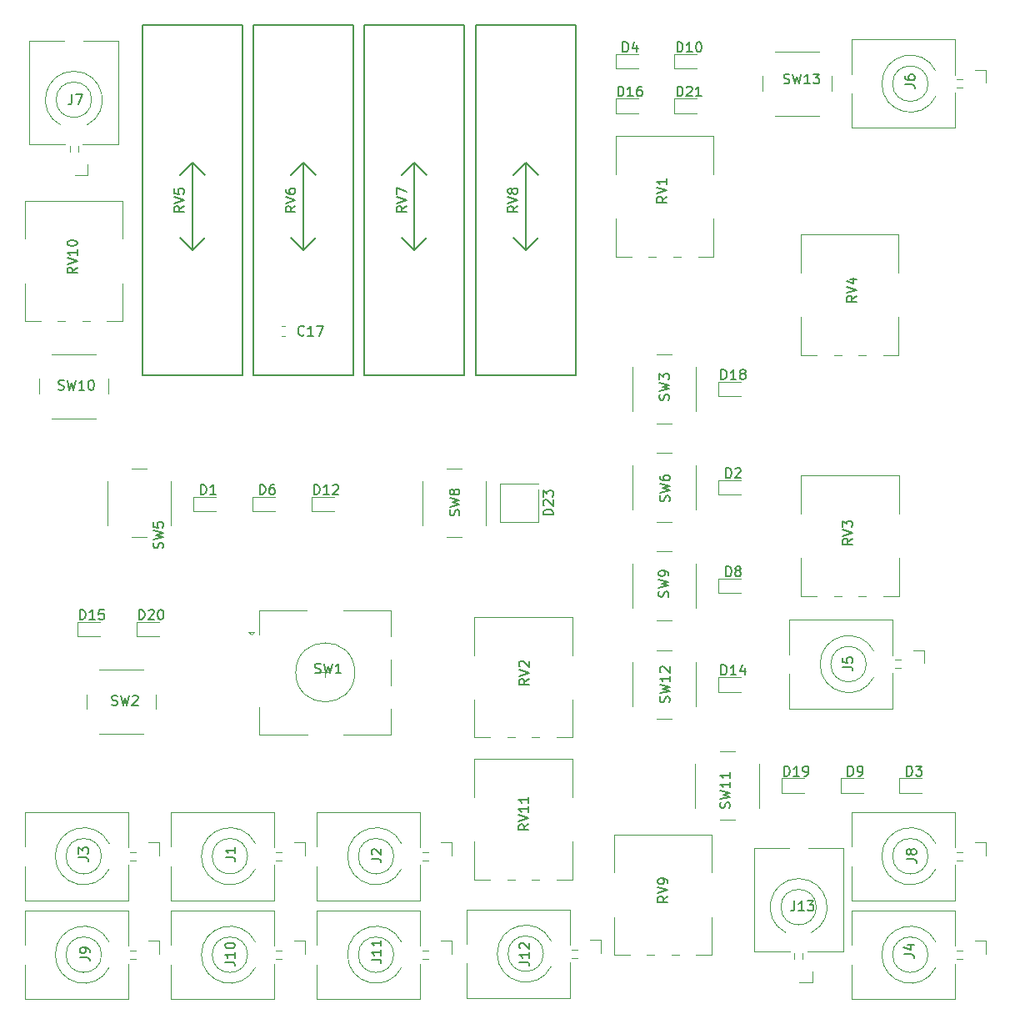
<source format=gto>
G04 #@! TF.GenerationSoftware,KiCad,Pcbnew,(5.0.1-3-g963ef8bb5)*
G04 #@! TF.CreationDate,2019-03-22T14:36:56-04:00*
G04 #@! TF.ProjectId,EuroSID,4575726F5349442E6B696361645F7063,rev?*
G04 #@! TF.SameCoordinates,Original*
G04 #@! TF.FileFunction,Legend,Top*
G04 #@! TF.FilePolarity,Positive*
%FSLAX46Y46*%
G04 Gerber Fmt 4.6, Leading zero omitted, Abs format (unit mm)*
G04 Created by KiCad (PCBNEW (5.0.1-3-g963ef8bb5)) date Friday, March 22, 2019 at 02:36:56 PM*
%MOMM*%
%LPD*%
G01*
G04 APERTURE LIST*
%ADD10C,0.150000*%
%ADD11C,0.120000*%
G04 APERTURE END LIST*
D10*
G04 #@! TO.C,RV5*
X115064900Y-83680000D02*
X115064900Y-48120000D01*
X115064900Y-48120000D02*
X125224900Y-48120000D01*
X125224900Y-48120000D02*
X125224900Y-83680000D01*
X125224900Y-83680000D02*
X115064900Y-83680000D01*
X120144900Y-70980000D02*
X120144900Y-62090000D01*
X120144900Y-62090000D02*
X118874900Y-63360000D01*
X120144900Y-62090000D02*
X121414900Y-63360000D01*
X120144900Y-70980000D02*
X118874900Y-69710000D01*
X120144900Y-70980000D02*
X121414900Y-69710000D01*
G04 #@! TO.C,RV6*
X126364900Y-83680000D02*
X126364900Y-48120000D01*
X126364900Y-48120000D02*
X136524900Y-48120000D01*
X136524900Y-48120000D02*
X136524900Y-83680000D01*
X136524900Y-83680000D02*
X126364900Y-83680000D01*
X131444900Y-70980000D02*
X131444900Y-62090000D01*
X131444900Y-62090000D02*
X130174900Y-63360000D01*
X131444900Y-62090000D02*
X132714900Y-63360000D01*
X131444900Y-70980000D02*
X130174900Y-69710000D01*
X131444900Y-70980000D02*
X132714900Y-69710000D01*
G04 #@! TO.C,RV7*
X137664900Y-83680000D02*
X137664900Y-48120000D01*
X137664900Y-48120000D02*
X147824900Y-48120000D01*
X147824900Y-48120000D02*
X147824900Y-83680000D01*
X147824900Y-83680000D02*
X137664900Y-83680000D01*
X142744900Y-70980000D02*
X142744900Y-62090000D01*
X142744900Y-62090000D02*
X141474900Y-63360000D01*
X142744900Y-62090000D02*
X144014900Y-63360000D01*
X142744900Y-70980000D02*
X141474900Y-69710000D01*
X142744900Y-70980000D02*
X144014900Y-69710000D01*
G04 #@! TO.C,RV8*
X148964900Y-83680000D02*
X148964900Y-48120000D01*
X148964900Y-48120000D02*
X159124900Y-48120000D01*
X159124900Y-48120000D02*
X159124900Y-83680000D01*
X159124900Y-83680000D02*
X148964900Y-83680000D01*
X154044900Y-70980000D02*
X154044900Y-62090000D01*
X154044900Y-62090000D02*
X152774900Y-63360000D01*
X154044900Y-62090000D02*
X155314900Y-63360000D01*
X154044900Y-70980000D02*
X152774900Y-69710000D01*
X154044900Y-70980000D02*
X155314900Y-69710000D01*
D11*
G04 #@! TO.C,RV1*
X163200000Y-59380000D02*
X173140000Y-59380000D01*
X171540000Y-71620000D02*
X173140000Y-71620000D01*
X169041000Y-71620000D02*
X169800000Y-71620000D01*
X166541000Y-71620000D02*
X167300000Y-71620000D01*
X163200000Y-71620000D02*
X164799000Y-71620000D01*
X173140000Y-63245000D02*
X173140000Y-59380000D01*
X173140000Y-71620000D02*
X173140000Y-67755000D01*
X163200000Y-63245000D02*
X163200000Y-59380000D01*
X163200000Y-71620000D02*
X163200000Y-67755000D01*
G04 #@! TO.C,RV2*
X148843600Y-108215100D02*
X158783600Y-108215100D01*
X157183600Y-120455100D02*
X158783600Y-120455100D01*
X154684600Y-120455100D02*
X155443600Y-120455100D01*
X152184600Y-120455100D02*
X152943600Y-120455100D01*
X148843600Y-120455100D02*
X150442600Y-120455100D01*
X158783600Y-112080100D02*
X158783600Y-108215100D01*
X158783600Y-120455100D02*
X158783600Y-116590100D01*
X148843600Y-112080100D02*
X148843600Y-108215100D01*
X148843600Y-120455100D02*
X148843600Y-116590100D01*
G04 #@! TO.C,RV3*
X182018300Y-93866400D02*
X191958300Y-93866400D01*
X190358300Y-106106400D02*
X191958300Y-106106400D01*
X187859300Y-106106400D02*
X188618300Y-106106400D01*
X185359300Y-106106400D02*
X186118300Y-106106400D01*
X182018300Y-106106400D02*
X183617300Y-106106400D01*
X191958300Y-97731400D02*
X191958300Y-93866400D01*
X191958300Y-106106400D02*
X191958300Y-102241400D01*
X182018300Y-97731400D02*
X182018300Y-93866400D01*
X182018300Y-106106400D02*
X182018300Y-102241400D01*
G04 #@! TO.C,RV4*
X182000000Y-69380000D02*
X191940000Y-69380000D01*
X190340000Y-81620000D02*
X191940000Y-81620000D01*
X187841000Y-81620000D02*
X188600000Y-81620000D01*
X185341000Y-81620000D02*
X186100000Y-81620000D01*
X182000000Y-81620000D02*
X183599000Y-81620000D01*
X191940000Y-73245000D02*
X191940000Y-69380000D01*
X191940000Y-81620000D02*
X191940000Y-77755000D01*
X182000000Y-73245000D02*
X182000000Y-69380000D01*
X182000000Y-81620000D02*
X182000000Y-77755000D01*
G04 #@! TO.C,RV9*
X162999300Y-130298100D02*
X172939300Y-130298100D01*
X171339300Y-142538100D02*
X172939300Y-142538100D01*
X168840300Y-142538100D02*
X169599300Y-142538100D01*
X166340300Y-142538100D02*
X167099300Y-142538100D01*
X162999300Y-142538100D02*
X164598300Y-142538100D01*
X172939300Y-134163100D02*
X172939300Y-130298100D01*
X172939300Y-142538100D02*
X172939300Y-138673100D01*
X162999300Y-134163100D02*
X162999300Y-130298100D01*
X162999300Y-142538100D02*
X162999300Y-138673100D01*
G04 #@! TO.C,RV10*
X103159600Y-65946500D02*
X113099600Y-65946500D01*
X111499600Y-78186500D02*
X113099600Y-78186500D01*
X109000600Y-78186500D02*
X109759600Y-78186500D01*
X106500600Y-78186500D02*
X107259600Y-78186500D01*
X103159600Y-78186500D02*
X104758600Y-78186500D01*
X113099600Y-69811500D02*
X113099600Y-65946500D01*
X113099600Y-78186500D02*
X113099600Y-74321500D01*
X103159600Y-69811500D02*
X103159600Y-65946500D01*
X103159600Y-78186500D02*
X103159600Y-74321500D01*
G04 #@! TO.C,RV11*
X148843600Y-122615100D02*
X158783600Y-122615100D01*
X157183600Y-134855100D02*
X158783600Y-134855100D01*
X154684600Y-134855100D02*
X155443600Y-134855100D01*
X152184600Y-134855100D02*
X152943600Y-134855100D01*
X148843600Y-134855100D02*
X150442600Y-134855100D01*
X158783600Y-126480100D02*
X158783600Y-122615100D01*
X158783600Y-134855100D02*
X158783600Y-130990100D01*
X148843600Y-126480100D02*
X148843600Y-122615100D01*
X148843600Y-134855100D02*
X148843600Y-130990100D01*
G04 #@! TO.C,SW1*
X133175400Y-113835100D02*
X134175400Y-113835100D01*
X133675400Y-113335100D02*
X133675400Y-114335100D01*
X140375400Y-117535100D02*
X140375400Y-120135100D01*
X140375400Y-112535100D02*
X140375400Y-115135100D01*
X140375400Y-107535100D02*
X140375400Y-110135100D01*
X126475400Y-109735100D02*
X126175400Y-110035100D01*
X125875400Y-109735100D02*
X126475400Y-109735100D01*
X126175400Y-110035100D02*
X125875400Y-109735100D01*
X126975400Y-107535100D02*
X126975400Y-110035100D01*
X131775400Y-107535100D02*
X126975400Y-107535100D01*
X126975400Y-120135100D02*
X126975400Y-117335100D01*
X131875400Y-120135100D02*
X126975400Y-120135100D01*
X140375400Y-120135100D02*
X135475400Y-120135100D01*
X135475400Y-107535100D02*
X140375400Y-107535100D01*
X136675400Y-113835100D02*
G75*
G03X136675400Y-113835100I-3000000J0D01*
G01*
G04 #@! TO.C,J1*
X128483600Y-128003300D02*
X117983600Y-128003300D01*
X128483600Y-137003300D02*
X117983600Y-137003300D01*
X126572177Y-131207037D02*
G75*
G03X121088600Y-132503300I-2588577J-1296263D01*
G01*
X126572177Y-133799563D02*
G75*
G02X121088600Y-132503300I-2588577J1296263D01*
G01*
X117983600Y-137003300D02*
X117983600Y-133503300D01*
X117983600Y-131503300D02*
X117983600Y-128003300D01*
X128483600Y-137003300D02*
X128483600Y-133403300D01*
X128483600Y-131603300D02*
X128483600Y-128003300D01*
X125783600Y-132503300D02*
G75*
G03X125783600Y-132503300I-1800000J0D01*
G01*
X129263600Y-132083300D02*
X128663600Y-132083300D01*
X129263600Y-132923300D02*
X128663600Y-132923300D01*
X131643600Y-131103300D02*
X130543600Y-131103300D01*
X131643600Y-131103300D02*
X131643600Y-132423300D01*
G04 #@! TO.C,J2*
X143333600Y-128003300D02*
X132833600Y-128003300D01*
X143333600Y-137003300D02*
X132833600Y-137003300D01*
X141422177Y-131207037D02*
G75*
G03X135938600Y-132503300I-2588577J-1296263D01*
G01*
X141422177Y-133799563D02*
G75*
G02X135938600Y-132503300I-2588577J1296263D01*
G01*
X132833600Y-137003300D02*
X132833600Y-133503300D01*
X132833600Y-131503300D02*
X132833600Y-128003300D01*
X143333600Y-137003300D02*
X143333600Y-133403300D01*
X143333600Y-131603300D02*
X143333600Y-128003300D01*
X140633600Y-132503300D02*
G75*
G03X140633600Y-132503300I-1800000J0D01*
G01*
X144113600Y-132083300D02*
X143513600Y-132083300D01*
X144113600Y-132923300D02*
X143513600Y-132923300D01*
X146493600Y-131103300D02*
X145393600Y-131103300D01*
X146493600Y-131103300D02*
X146493600Y-132423300D01*
G04 #@! TO.C,J3*
X113633600Y-128003300D02*
X103133600Y-128003300D01*
X113633600Y-137003300D02*
X103133600Y-137003300D01*
X111722177Y-131207037D02*
G75*
G03X106238600Y-132503300I-2588577J-1296263D01*
G01*
X111722177Y-133799563D02*
G75*
G02X106238600Y-132503300I-2588577J1296263D01*
G01*
X103133600Y-137003300D02*
X103133600Y-133503300D01*
X103133600Y-131503300D02*
X103133600Y-128003300D01*
X113633600Y-137003300D02*
X113633600Y-133403300D01*
X113633600Y-131603300D02*
X113633600Y-128003300D01*
X110933600Y-132503300D02*
G75*
G03X110933600Y-132503300I-1800000J0D01*
G01*
X114413600Y-132083300D02*
X113813600Y-132083300D01*
X114413600Y-132923300D02*
X113813600Y-132923300D01*
X116793600Y-131103300D02*
X115693600Y-131103300D01*
X116793600Y-131103300D02*
X116793600Y-132423300D01*
G04 #@! TO.C,J4*
X197617400Y-138003300D02*
X187117400Y-138003300D01*
X197617400Y-147003300D02*
X187117400Y-147003300D01*
X195705977Y-141207037D02*
G75*
G03X190222400Y-142503300I-2588577J-1296263D01*
G01*
X195705977Y-143799563D02*
G75*
G02X190222400Y-142503300I-2588577J1296263D01*
G01*
X187117400Y-147003300D02*
X187117400Y-143503300D01*
X187117400Y-141503300D02*
X187117400Y-138003300D01*
X197617400Y-147003300D02*
X197617400Y-143403300D01*
X197617400Y-141603300D02*
X197617400Y-138003300D01*
X194917400Y-142503300D02*
G75*
G03X194917400Y-142503300I-1800000J0D01*
G01*
X198397400Y-142083300D02*
X197797400Y-142083300D01*
X198397400Y-142923300D02*
X197797400Y-142923300D01*
X200777400Y-141103300D02*
X199677400Y-141103300D01*
X200777400Y-141103300D02*
X200777400Y-142423300D01*
G04 #@! TO.C,J5*
X191340000Y-108500000D02*
X180840000Y-108500000D01*
X191340000Y-117500000D02*
X180840000Y-117500000D01*
X189428577Y-111703737D02*
G75*
G03X183945000Y-113000000I-2588577J-1296263D01*
G01*
X189428577Y-114296263D02*
G75*
G02X183945000Y-113000000I-2588577J1296263D01*
G01*
X180840000Y-117500000D02*
X180840000Y-114000000D01*
X180840000Y-112000000D02*
X180840000Y-108500000D01*
X191340000Y-117500000D02*
X191340000Y-113900000D01*
X191340000Y-112100000D02*
X191340000Y-108500000D01*
X188640000Y-113000000D02*
G75*
G03X188640000Y-113000000I-1800000J0D01*
G01*
X192120000Y-112580000D02*
X191520000Y-112580000D01*
X192120000Y-113420000D02*
X191520000Y-113420000D01*
X194500000Y-111600000D02*
X193400000Y-111600000D01*
X194500000Y-111600000D02*
X194500000Y-112920000D01*
G04 #@! TO.C,J6*
X197617400Y-49563000D02*
X187117400Y-49563000D01*
X197617400Y-58563000D02*
X187117400Y-58563000D01*
X195705977Y-52766737D02*
G75*
G03X190222400Y-54063000I-2588577J-1296263D01*
G01*
X195705977Y-55359263D02*
G75*
G02X190222400Y-54063000I-2588577J1296263D01*
G01*
X187117400Y-58563000D02*
X187117400Y-55063000D01*
X187117400Y-53063000D02*
X187117400Y-49563000D01*
X197617400Y-58563000D02*
X197617400Y-54963000D01*
X197617400Y-53163000D02*
X197617400Y-49563000D01*
X194917400Y-54063000D02*
G75*
G03X194917400Y-54063000I-1800000J0D01*
G01*
X198397400Y-53643000D02*
X197797400Y-53643000D01*
X198397400Y-54483000D02*
X197797400Y-54483000D01*
X200777400Y-52663000D02*
X199677400Y-52663000D01*
X200777400Y-52663000D02*
X200777400Y-53983000D01*
G04 #@! TO.C,J7*
X112629600Y-60195000D02*
X112629600Y-49695000D01*
X103629600Y-60195000D02*
X103629600Y-49695000D01*
X109425863Y-58283577D02*
G75*
G03X108129600Y-52800000I-1296263J2588577D01*
G01*
X106833337Y-58283577D02*
G75*
G02X108129600Y-52800000I1296263J2588577D01*
G01*
X103629600Y-49695000D02*
X107129600Y-49695000D01*
X109129600Y-49695000D02*
X112629600Y-49695000D01*
X103629600Y-60195000D02*
X107229600Y-60195000D01*
X109029600Y-60195000D02*
X112629600Y-60195000D01*
X109929600Y-55695000D02*
G75*
G03X109929600Y-55695000I-1800000J0D01*
G01*
X108549600Y-60975000D02*
X108549600Y-60375000D01*
X107709600Y-60975000D02*
X107709600Y-60375000D01*
X109529600Y-63355000D02*
X109529600Y-62255000D01*
X109529600Y-63355000D02*
X108209600Y-63355000D01*
G04 #@! TO.C,J8*
X197617400Y-128003300D02*
X187117400Y-128003300D01*
X197617400Y-137003300D02*
X187117400Y-137003300D01*
X195705977Y-131207037D02*
G75*
G03X190222400Y-132503300I-2588577J-1296263D01*
G01*
X195705977Y-133799563D02*
G75*
G02X190222400Y-132503300I-2588577J1296263D01*
G01*
X187117400Y-137003300D02*
X187117400Y-133503300D01*
X187117400Y-131503300D02*
X187117400Y-128003300D01*
X197617400Y-137003300D02*
X197617400Y-133403300D01*
X197617400Y-131603300D02*
X197617400Y-128003300D01*
X194917400Y-132503300D02*
G75*
G03X194917400Y-132503300I-1800000J0D01*
G01*
X198397400Y-132083300D02*
X197797400Y-132083300D01*
X198397400Y-132923300D02*
X197797400Y-132923300D01*
X200777400Y-131103300D02*
X199677400Y-131103300D01*
X200777400Y-131103300D02*
X200777400Y-132423300D01*
G04 #@! TO.C,J9*
X113633600Y-138003300D02*
X103133600Y-138003300D01*
X113633600Y-147003300D02*
X103133600Y-147003300D01*
X111722177Y-141207037D02*
G75*
G03X106238600Y-142503300I-2588577J-1296263D01*
G01*
X111722177Y-143799563D02*
G75*
G02X106238600Y-142503300I-2588577J1296263D01*
G01*
X103133600Y-147003300D02*
X103133600Y-143503300D01*
X103133600Y-141503300D02*
X103133600Y-138003300D01*
X113633600Y-147003300D02*
X113633600Y-143403300D01*
X113633600Y-141603300D02*
X113633600Y-138003300D01*
X110933600Y-142503300D02*
G75*
G03X110933600Y-142503300I-1800000J0D01*
G01*
X114413600Y-142083300D02*
X113813600Y-142083300D01*
X114413600Y-142923300D02*
X113813600Y-142923300D01*
X116793600Y-141103300D02*
X115693600Y-141103300D01*
X116793600Y-141103300D02*
X116793600Y-142423300D01*
G04 #@! TO.C,J10*
X128483600Y-138003300D02*
X117983600Y-138003300D01*
X128483600Y-147003300D02*
X117983600Y-147003300D01*
X126572177Y-141207037D02*
G75*
G03X121088600Y-142503300I-2588577J-1296263D01*
G01*
X126572177Y-143799563D02*
G75*
G02X121088600Y-142503300I-2588577J1296263D01*
G01*
X117983600Y-147003300D02*
X117983600Y-143503300D01*
X117983600Y-141503300D02*
X117983600Y-138003300D01*
X128483600Y-147003300D02*
X128483600Y-143403300D01*
X128483600Y-141603300D02*
X128483600Y-138003300D01*
X125783600Y-142503300D02*
G75*
G03X125783600Y-142503300I-1800000J0D01*
G01*
X129263600Y-142083300D02*
X128663600Y-142083300D01*
X129263600Y-142923300D02*
X128663600Y-142923300D01*
X131643600Y-141103300D02*
X130543600Y-141103300D01*
X131643600Y-141103300D02*
X131643600Y-142423300D01*
G04 #@! TO.C,J11*
X143333600Y-138003300D02*
X132833600Y-138003300D01*
X143333600Y-147003300D02*
X132833600Y-147003300D01*
X141422177Y-141207037D02*
G75*
G03X135938600Y-142503300I-2588577J-1296263D01*
G01*
X141422177Y-143799563D02*
G75*
G02X135938600Y-142503300I-2588577J1296263D01*
G01*
X132833600Y-147003300D02*
X132833600Y-143503300D01*
X132833600Y-141503300D02*
X132833600Y-138003300D01*
X143333600Y-147003300D02*
X143333600Y-143403300D01*
X143333600Y-141603300D02*
X143333600Y-138003300D01*
X140633600Y-142503300D02*
G75*
G03X140633600Y-142503300I-1800000J0D01*
G01*
X144113600Y-142083300D02*
X143513600Y-142083300D01*
X144113600Y-142923300D02*
X143513600Y-142923300D01*
X146493600Y-141103300D02*
X145393600Y-141103300D01*
X146493600Y-141103300D02*
X146493600Y-142423300D01*
G04 #@! TO.C,J12*
X158540000Y-137900000D02*
X148040000Y-137900000D01*
X158540000Y-146900000D02*
X148040000Y-146900000D01*
X156628577Y-141103737D02*
G75*
G03X151145000Y-142400000I-2588577J-1296263D01*
G01*
X156628577Y-143696263D02*
G75*
G02X151145000Y-142400000I-2588577J1296263D01*
G01*
X148040000Y-146900000D02*
X148040000Y-143400000D01*
X148040000Y-141400000D02*
X148040000Y-137900000D01*
X158540000Y-146900000D02*
X158540000Y-143300000D01*
X158540000Y-141500000D02*
X158540000Y-137900000D01*
X155840000Y-142400000D02*
G75*
G03X155840000Y-142400000I-1800000J0D01*
G01*
X159320000Y-141980000D02*
X158720000Y-141980000D01*
X159320000Y-142820000D02*
X158720000Y-142820000D01*
X161700000Y-141000000D02*
X160600000Y-141000000D01*
X161700000Y-141000000D02*
X161700000Y-142320000D01*
G04 #@! TO.C,J13*
X186270000Y-142170000D02*
X186270000Y-131670000D01*
X177270000Y-142170000D02*
X177270000Y-131670000D01*
X183066263Y-140258577D02*
G75*
G03X181770000Y-134775000I-1296263J2588577D01*
G01*
X180473737Y-140258577D02*
G75*
G02X181770000Y-134775000I1296263J2588577D01*
G01*
X177270000Y-131670000D02*
X180770000Y-131670000D01*
X182770000Y-131670000D02*
X186270000Y-131670000D01*
X177270000Y-142170000D02*
X180870000Y-142170000D01*
X182670000Y-142170000D02*
X186270000Y-142170000D01*
X183570000Y-137670000D02*
G75*
G03X183570000Y-137670000I-1800000J0D01*
G01*
X182190000Y-142950000D02*
X182190000Y-142350000D01*
X181350000Y-142950000D02*
X181350000Y-142350000D01*
X183170000Y-145330000D02*
X183170000Y-144230000D01*
X183170000Y-145330000D02*
X181850000Y-145330000D01*
G04 #@! TO.C,C17*
X129219721Y-79710000D02*
X129545279Y-79710000D01*
X129219721Y-78690000D02*
X129545279Y-78690000D01*
G04 #@! TO.C,SW2*
X116470600Y-117575100D02*
X116470600Y-116075100D01*
X115220600Y-113575100D02*
X110720600Y-113575100D01*
X109470600Y-116075100D02*
X109470600Y-117575100D01*
X110720600Y-120075100D02*
X115220600Y-120075100D01*
G04 #@! TO.C,SW3*
X168856600Y-81567000D02*
X167356600Y-81567000D01*
X164856600Y-82817000D02*
X164856600Y-87317000D01*
X167356600Y-88567000D02*
X168856600Y-88567000D01*
X171356600Y-87317000D02*
X171356600Y-82817000D01*
G04 #@! TO.C,SW5*
X114022300Y-100133700D02*
X115522300Y-100133700D01*
X118022300Y-98883700D02*
X118022300Y-94383700D01*
X115522300Y-93133700D02*
X114022300Y-93133700D01*
X111522300Y-94383700D02*
X111522300Y-98883700D01*
G04 #@! TO.C,SW8*
X147530600Y-93133700D02*
X146030600Y-93133700D01*
X143530600Y-94383700D02*
X143530600Y-98883700D01*
X146030600Y-100133700D02*
X147530600Y-100133700D01*
X150030600Y-98883700D02*
X150030600Y-94383700D01*
G04 #@! TO.C,SW9*
X168856600Y-101567000D02*
X167356600Y-101567000D01*
X164856600Y-102817000D02*
X164856600Y-107317000D01*
X167356600Y-108567000D02*
X168856600Y-108567000D01*
X171356600Y-107317000D02*
X171356600Y-102817000D01*
G04 #@! TO.C,SW10*
X111629600Y-85547700D02*
X111629600Y-84047700D01*
X110379600Y-81547700D02*
X105879600Y-81547700D01*
X104629600Y-84047700D02*
X104629600Y-85547700D01*
X105879600Y-88047700D02*
X110379600Y-88047700D01*
G04 #@! TO.C,SW6*
X168856600Y-91567000D02*
X167356600Y-91567000D01*
X164856600Y-92817000D02*
X164856600Y-97317000D01*
X167356600Y-98567000D02*
X168856600Y-98567000D01*
X171356600Y-97317000D02*
X171356600Y-92817000D01*
G04 #@! TO.C,SW13*
X185090800Y-54803000D02*
X185090800Y-53303000D01*
X183840800Y-50803000D02*
X179340800Y-50803000D01*
X178090800Y-53303000D02*
X178090800Y-54803000D01*
X179340800Y-57303000D02*
X183840800Y-57303000D01*
G04 #@! TO.C,SW11*
X173770500Y-128831500D02*
X175270500Y-128831500D01*
X177770500Y-127581500D02*
X177770500Y-123081500D01*
X175270500Y-121831500D02*
X173770500Y-121831500D01*
X171270500Y-123081500D02*
X171270500Y-127581500D01*
G04 #@! TO.C,SW12*
X168856600Y-111567000D02*
X167356600Y-111567000D01*
X164856600Y-112817000D02*
X164856600Y-117317000D01*
X167356600Y-118567000D02*
X168856600Y-118567000D01*
X171356600Y-117317000D02*
X171356600Y-112817000D01*
G04 #@! TO.C,D1*
X120277300Y-97468700D02*
X122562300Y-97468700D01*
X120277300Y-95998700D02*
X120277300Y-97468700D01*
X122562300Y-95998700D02*
X120277300Y-95998700D01*
G04 #@! TO.C,D2*
X173631600Y-95802000D02*
X175916600Y-95802000D01*
X173631600Y-94332000D02*
X173631600Y-95802000D01*
X175916600Y-94332000D02*
X173631600Y-94332000D01*
G04 #@! TO.C,D3*
X192025500Y-126066500D02*
X194310500Y-126066500D01*
X192025500Y-124596500D02*
X192025500Y-126066500D01*
X194310500Y-124596500D02*
X192025500Y-124596500D01*
G04 #@! TO.C,D4*
X163159600Y-52548000D02*
X165444600Y-52548000D01*
X163159600Y-51078000D02*
X163159600Y-52548000D01*
X165444600Y-51078000D02*
X163159600Y-51078000D01*
G04 #@! TO.C,D6*
X128562300Y-95998700D02*
X126277300Y-95998700D01*
X126277300Y-95998700D02*
X126277300Y-97468700D01*
X126277300Y-97468700D02*
X128562300Y-97468700D01*
G04 #@! TO.C,D8*
X175916600Y-104332000D02*
X173631600Y-104332000D01*
X173631600Y-104332000D02*
X173631600Y-105802000D01*
X173631600Y-105802000D02*
X175916600Y-105802000D01*
G04 #@! TO.C,D9*
X188310500Y-124596500D02*
X186025500Y-124596500D01*
X186025500Y-124596500D02*
X186025500Y-126066500D01*
X186025500Y-126066500D02*
X188310500Y-126066500D01*
G04 #@! TO.C,D10*
X171444600Y-51078000D02*
X169159600Y-51078000D01*
X169159600Y-51078000D02*
X169159600Y-52548000D01*
X169159600Y-52548000D02*
X171444600Y-52548000D01*
G04 #@! TO.C,D12*
X132277300Y-97468700D02*
X134562300Y-97468700D01*
X132277300Y-95998700D02*
X132277300Y-97468700D01*
X134562300Y-95998700D02*
X132277300Y-95998700D01*
G04 #@! TO.C,D14*
X173631600Y-115802000D02*
X175916600Y-115802000D01*
X173631600Y-114332000D02*
X173631600Y-115802000D01*
X175916600Y-114332000D02*
X173631600Y-114332000D01*
G04 #@! TO.C,D15*
X108485600Y-110174500D02*
X110770600Y-110174500D01*
X108485600Y-108704500D02*
X108485600Y-110174500D01*
X110770600Y-108704500D02*
X108485600Y-108704500D01*
G04 #@! TO.C,D16*
X163159600Y-57048000D02*
X165444600Y-57048000D01*
X163159600Y-55578000D02*
X163159600Y-57048000D01*
X165444600Y-55578000D02*
X163159600Y-55578000D01*
G04 #@! TO.C,D18*
X175916600Y-84332000D02*
X173631600Y-84332000D01*
X173631600Y-84332000D02*
X173631600Y-85802000D01*
X173631600Y-85802000D02*
X175916600Y-85802000D01*
G04 #@! TO.C,D19*
X182310500Y-124596500D02*
X180025500Y-124596500D01*
X180025500Y-124596500D02*
X180025500Y-126066500D01*
X180025500Y-126066500D02*
X182310500Y-126066500D01*
G04 #@! TO.C,D20*
X116770600Y-108704500D02*
X114485600Y-108704500D01*
X114485600Y-108704500D02*
X114485600Y-110174500D01*
X114485600Y-110174500D02*
X116770600Y-110174500D01*
G04 #@! TO.C,D21*
X171444600Y-55578000D02*
X169159600Y-55578000D01*
X169159600Y-55578000D02*
X169159600Y-57048000D01*
X169159600Y-57048000D02*
X171444600Y-57048000D01*
G04 #@! TO.C,D23*
X155290600Y-98563700D02*
X151440600Y-98563700D01*
X151440600Y-98563700D02*
X151440600Y-94703700D01*
X151440600Y-94703700D02*
X155290600Y-94703700D01*
X155290600Y-95233700D02*
X155290600Y-98563700D01*
G04 #@! TO.C,RV5*
D10*
X119327280Y-66495238D02*
X118851090Y-66828571D01*
X119327280Y-67066666D02*
X118327280Y-67066666D01*
X118327280Y-66685714D01*
X118374900Y-66590476D01*
X118422519Y-66542857D01*
X118517757Y-66495238D01*
X118660614Y-66495238D01*
X118755852Y-66542857D01*
X118803471Y-66590476D01*
X118851090Y-66685714D01*
X118851090Y-67066666D01*
X118327280Y-66209523D02*
X119327280Y-65876190D01*
X118327280Y-65542857D01*
X118327280Y-64733333D02*
X118327280Y-65209523D01*
X118803471Y-65257142D01*
X118755852Y-65209523D01*
X118708233Y-65114285D01*
X118708233Y-64876190D01*
X118755852Y-64780952D01*
X118803471Y-64733333D01*
X118898709Y-64685714D01*
X119136804Y-64685714D01*
X119232042Y-64733333D01*
X119279661Y-64780952D01*
X119327280Y-64876190D01*
X119327280Y-65114285D01*
X119279661Y-65209523D01*
X119232042Y-65257142D01*
G04 #@! TO.C,RV6*
X130627280Y-66495238D02*
X130151090Y-66828571D01*
X130627280Y-67066666D02*
X129627280Y-67066666D01*
X129627280Y-66685714D01*
X129674900Y-66590476D01*
X129722519Y-66542857D01*
X129817757Y-66495238D01*
X129960614Y-66495238D01*
X130055852Y-66542857D01*
X130103471Y-66590476D01*
X130151090Y-66685714D01*
X130151090Y-67066666D01*
X129627280Y-66209523D02*
X130627280Y-65876190D01*
X129627280Y-65542857D01*
X129627280Y-64780952D02*
X129627280Y-64971428D01*
X129674900Y-65066666D01*
X129722519Y-65114285D01*
X129865376Y-65209523D01*
X130055852Y-65257142D01*
X130436804Y-65257142D01*
X130532042Y-65209523D01*
X130579661Y-65161904D01*
X130627280Y-65066666D01*
X130627280Y-64876190D01*
X130579661Y-64780952D01*
X130532042Y-64733333D01*
X130436804Y-64685714D01*
X130198709Y-64685714D01*
X130103471Y-64733333D01*
X130055852Y-64780952D01*
X130008233Y-64876190D01*
X130008233Y-65066666D01*
X130055852Y-65161904D01*
X130103471Y-65209523D01*
X130198709Y-65257142D01*
G04 #@! TO.C,RV7*
X141927280Y-66495238D02*
X141451090Y-66828571D01*
X141927280Y-67066666D02*
X140927280Y-67066666D01*
X140927280Y-66685714D01*
X140974900Y-66590476D01*
X141022519Y-66542857D01*
X141117757Y-66495238D01*
X141260614Y-66495238D01*
X141355852Y-66542857D01*
X141403471Y-66590476D01*
X141451090Y-66685714D01*
X141451090Y-67066666D01*
X140927280Y-66209523D02*
X141927280Y-65876190D01*
X140927280Y-65542857D01*
X140927280Y-65304761D02*
X140927280Y-64638095D01*
X141927280Y-65066666D01*
G04 #@! TO.C,RV8*
X153227280Y-66495238D02*
X152751090Y-66828571D01*
X153227280Y-67066666D02*
X152227280Y-67066666D01*
X152227280Y-66685714D01*
X152274900Y-66590476D01*
X152322519Y-66542857D01*
X152417757Y-66495238D01*
X152560614Y-66495238D01*
X152655852Y-66542857D01*
X152703471Y-66590476D01*
X152751090Y-66685714D01*
X152751090Y-67066666D01*
X152227280Y-66209523D02*
X153227280Y-65876190D01*
X152227280Y-65542857D01*
X152655852Y-65066666D02*
X152608233Y-65161904D01*
X152560614Y-65209523D01*
X152465376Y-65257142D01*
X152417757Y-65257142D01*
X152322519Y-65209523D01*
X152274900Y-65161904D01*
X152227280Y-65066666D01*
X152227280Y-64876190D01*
X152274900Y-64780952D01*
X152322519Y-64733333D01*
X152417757Y-64685714D01*
X152465376Y-64685714D01*
X152560614Y-64733333D01*
X152608233Y-64780952D01*
X152655852Y-64876190D01*
X152655852Y-65066666D01*
X152703471Y-65161904D01*
X152751090Y-65209523D01*
X152846328Y-65257142D01*
X153036804Y-65257142D01*
X153132042Y-65209523D01*
X153179661Y-65161904D01*
X153227280Y-65066666D01*
X153227280Y-64876190D01*
X153179661Y-64780952D01*
X153132042Y-64733333D01*
X153036804Y-64685714D01*
X152846328Y-64685714D01*
X152751090Y-64733333D01*
X152703471Y-64780952D01*
X152655852Y-64876190D01*
G04 #@! TO.C,RV1*
X168373080Y-65530338D02*
X167896890Y-65863671D01*
X168373080Y-66101766D02*
X167373080Y-66101766D01*
X167373080Y-65720814D01*
X167420700Y-65625576D01*
X167468319Y-65577957D01*
X167563557Y-65530338D01*
X167706414Y-65530338D01*
X167801652Y-65577957D01*
X167849271Y-65625576D01*
X167896890Y-65720814D01*
X167896890Y-66101766D01*
X167373080Y-65244623D02*
X168373080Y-64911290D01*
X167373080Y-64577957D01*
X168373080Y-63720814D02*
X168373080Y-64292242D01*
X168373080Y-64006528D02*
X167373080Y-64006528D01*
X167515938Y-64101766D01*
X167611176Y-64197004D01*
X167658795Y-64292242D01*
G04 #@! TO.C,RV2*
X154362380Y-114495238D02*
X153886190Y-114828571D01*
X154362380Y-115066666D02*
X153362380Y-115066666D01*
X153362380Y-114685714D01*
X153410000Y-114590476D01*
X153457619Y-114542857D01*
X153552857Y-114495238D01*
X153695714Y-114495238D01*
X153790952Y-114542857D01*
X153838571Y-114590476D01*
X153886190Y-114685714D01*
X153886190Y-115066666D01*
X153362380Y-114209523D02*
X154362380Y-113876190D01*
X153362380Y-113542857D01*
X153457619Y-113257142D02*
X153410000Y-113209523D01*
X153362380Y-113114285D01*
X153362380Y-112876190D01*
X153410000Y-112780952D01*
X153457619Y-112733333D01*
X153552857Y-112685714D01*
X153648095Y-112685714D01*
X153790952Y-112733333D01*
X154362380Y-113304761D01*
X154362380Y-112685714D01*
G04 #@! TO.C,RV3*
X187232380Y-100255238D02*
X186756190Y-100588571D01*
X187232380Y-100826666D02*
X186232380Y-100826666D01*
X186232380Y-100445714D01*
X186280000Y-100350476D01*
X186327619Y-100302857D01*
X186422857Y-100255238D01*
X186565714Y-100255238D01*
X186660952Y-100302857D01*
X186708571Y-100350476D01*
X186756190Y-100445714D01*
X186756190Y-100826666D01*
X186232380Y-99969523D02*
X187232380Y-99636190D01*
X186232380Y-99302857D01*
X186232380Y-99064761D02*
X186232380Y-98445714D01*
X186613333Y-98779047D01*
X186613333Y-98636190D01*
X186660952Y-98540952D01*
X186708571Y-98493333D01*
X186803809Y-98445714D01*
X187041904Y-98445714D01*
X187137142Y-98493333D01*
X187184761Y-98540952D01*
X187232380Y-98636190D01*
X187232380Y-98921904D01*
X187184761Y-99017142D01*
X187137142Y-99064761D01*
G04 #@! TO.C,RV4*
X187664080Y-75612238D02*
X187187890Y-75945571D01*
X187664080Y-76183666D02*
X186664080Y-76183666D01*
X186664080Y-75802714D01*
X186711700Y-75707476D01*
X186759319Y-75659857D01*
X186854557Y-75612238D01*
X186997414Y-75612238D01*
X187092652Y-75659857D01*
X187140271Y-75707476D01*
X187187890Y-75802714D01*
X187187890Y-76183666D01*
X186664080Y-75326523D02*
X187664080Y-74993190D01*
X186664080Y-74659857D01*
X186997414Y-73897952D02*
X187664080Y-73897952D01*
X186616461Y-74136047D02*
X187330747Y-74374142D01*
X187330747Y-73755095D01*
G04 #@! TO.C,RV9*
X168472380Y-136565238D02*
X167996190Y-136898571D01*
X168472380Y-137136666D02*
X167472380Y-137136666D01*
X167472380Y-136755714D01*
X167520000Y-136660476D01*
X167567619Y-136612857D01*
X167662857Y-136565238D01*
X167805714Y-136565238D01*
X167900952Y-136612857D01*
X167948571Y-136660476D01*
X167996190Y-136755714D01*
X167996190Y-137136666D01*
X167472380Y-136279523D02*
X168472380Y-135946190D01*
X167472380Y-135612857D01*
X168472380Y-135231904D02*
X168472380Y-135041428D01*
X168424761Y-134946190D01*
X168377142Y-134898571D01*
X168234285Y-134803333D01*
X168043809Y-134755714D01*
X167662857Y-134755714D01*
X167567619Y-134803333D01*
X167520000Y-134850952D01*
X167472380Y-134946190D01*
X167472380Y-135136666D01*
X167520000Y-135231904D01*
X167567619Y-135279523D01*
X167662857Y-135327142D01*
X167900952Y-135327142D01*
X167996190Y-135279523D01*
X168043809Y-135231904D01*
X168091428Y-135136666D01*
X168091428Y-134946190D01*
X168043809Y-134850952D01*
X167996190Y-134803333D01*
X167900952Y-134755714D01*
G04 #@! TO.C,RV10*
X108462380Y-72711428D02*
X107986190Y-73044761D01*
X108462380Y-73282857D02*
X107462380Y-73282857D01*
X107462380Y-72901904D01*
X107510000Y-72806666D01*
X107557619Y-72759047D01*
X107652857Y-72711428D01*
X107795714Y-72711428D01*
X107890952Y-72759047D01*
X107938571Y-72806666D01*
X107986190Y-72901904D01*
X107986190Y-73282857D01*
X107462380Y-72425714D02*
X108462380Y-72092380D01*
X107462380Y-71759047D01*
X108462380Y-70901904D02*
X108462380Y-71473333D01*
X108462380Y-71187619D02*
X107462380Y-71187619D01*
X107605238Y-71282857D01*
X107700476Y-71378095D01*
X107748095Y-71473333D01*
X107462380Y-70282857D02*
X107462380Y-70187619D01*
X107510000Y-70092380D01*
X107557619Y-70044761D01*
X107652857Y-69997142D01*
X107843333Y-69949523D01*
X108081428Y-69949523D01*
X108271904Y-69997142D01*
X108367142Y-70044761D01*
X108414761Y-70092380D01*
X108462380Y-70187619D01*
X108462380Y-70282857D01*
X108414761Y-70378095D01*
X108367142Y-70425714D01*
X108271904Y-70473333D01*
X108081428Y-70520952D01*
X107843333Y-70520952D01*
X107652857Y-70473333D01*
X107557619Y-70425714D01*
X107510000Y-70378095D01*
X107462380Y-70282857D01*
G04 #@! TO.C,RV11*
X154332380Y-129261428D02*
X153856190Y-129594761D01*
X154332380Y-129832857D02*
X153332380Y-129832857D01*
X153332380Y-129451904D01*
X153380000Y-129356666D01*
X153427619Y-129309047D01*
X153522857Y-129261428D01*
X153665714Y-129261428D01*
X153760952Y-129309047D01*
X153808571Y-129356666D01*
X153856190Y-129451904D01*
X153856190Y-129832857D01*
X153332380Y-128975714D02*
X154332380Y-128642380D01*
X153332380Y-128309047D01*
X154332380Y-127451904D02*
X154332380Y-128023333D01*
X154332380Y-127737619D02*
X153332380Y-127737619D01*
X153475238Y-127832857D01*
X153570476Y-127928095D01*
X153618095Y-128023333D01*
X154332380Y-126499523D02*
X154332380Y-127070952D01*
X154332380Y-126785238D02*
X153332380Y-126785238D01*
X153475238Y-126880476D01*
X153570476Y-126975714D01*
X153618095Y-127070952D01*
G04 #@! TO.C,SW1*
X132626666Y-113884761D02*
X132769523Y-113932380D01*
X133007619Y-113932380D01*
X133102857Y-113884761D01*
X133150476Y-113837142D01*
X133198095Y-113741904D01*
X133198095Y-113646666D01*
X133150476Y-113551428D01*
X133102857Y-113503809D01*
X133007619Y-113456190D01*
X132817142Y-113408571D01*
X132721904Y-113360952D01*
X132674285Y-113313333D01*
X132626666Y-113218095D01*
X132626666Y-113122857D01*
X132674285Y-113027619D01*
X132721904Y-112980000D01*
X132817142Y-112932380D01*
X133055238Y-112932380D01*
X133198095Y-112980000D01*
X133531428Y-112932380D02*
X133769523Y-113932380D01*
X133960000Y-113218095D01*
X134150476Y-113932380D01*
X134388571Y-112932380D01*
X135293333Y-113932380D02*
X134721904Y-113932380D01*
X135007619Y-113932380D02*
X135007619Y-112932380D01*
X134912380Y-113075238D01*
X134817142Y-113170476D01*
X134721904Y-113218095D01*
G04 #@! TO.C,J1*
X123532380Y-132623333D02*
X124246666Y-132623333D01*
X124389523Y-132670952D01*
X124484761Y-132766190D01*
X124532380Y-132909047D01*
X124532380Y-133004285D01*
X124532380Y-131623333D02*
X124532380Y-132194761D01*
X124532380Y-131909047D02*
X123532380Y-131909047D01*
X123675238Y-132004285D01*
X123770476Y-132099523D01*
X123818095Y-132194761D01*
G04 #@! TO.C,J2*
X138352380Y-132773333D02*
X139066666Y-132773333D01*
X139209523Y-132820952D01*
X139304761Y-132916190D01*
X139352380Y-133059047D01*
X139352380Y-133154285D01*
X138447619Y-132344761D02*
X138400000Y-132297142D01*
X138352380Y-132201904D01*
X138352380Y-131963809D01*
X138400000Y-131868571D01*
X138447619Y-131820952D01*
X138542857Y-131773333D01*
X138638095Y-131773333D01*
X138780952Y-131820952D01*
X139352380Y-132392380D01*
X139352380Y-131773333D01*
G04 #@! TO.C,J3*
X108612380Y-132623333D02*
X109326666Y-132623333D01*
X109469523Y-132670952D01*
X109564761Y-132766190D01*
X109612380Y-132909047D01*
X109612380Y-133004285D01*
X108612380Y-132242380D02*
X108612380Y-131623333D01*
X108993333Y-131956666D01*
X108993333Y-131813809D01*
X109040952Y-131718571D01*
X109088571Y-131670952D01*
X109183809Y-131623333D01*
X109421904Y-131623333D01*
X109517142Y-131670952D01*
X109564761Y-131718571D01*
X109612380Y-131813809D01*
X109612380Y-132099523D01*
X109564761Y-132194761D01*
X109517142Y-132242380D01*
G04 #@! TO.C,J4*
X192472380Y-142433333D02*
X193186666Y-142433333D01*
X193329523Y-142480952D01*
X193424761Y-142576190D01*
X193472380Y-142719047D01*
X193472380Y-142814285D01*
X192805714Y-141528571D02*
X193472380Y-141528571D01*
X192424761Y-141766666D02*
X193139047Y-142004761D01*
X193139047Y-141385714D01*
G04 #@! TO.C,J5*
X186254080Y-113281933D02*
X186968366Y-113281933D01*
X187111223Y-113329552D01*
X187206461Y-113424790D01*
X187254080Y-113567647D01*
X187254080Y-113662885D01*
X186254080Y-112329552D02*
X186254080Y-112805742D01*
X186730271Y-112853361D01*
X186682652Y-112805742D01*
X186635033Y-112710504D01*
X186635033Y-112472409D01*
X186682652Y-112377171D01*
X186730271Y-112329552D01*
X186825509Y-112281933D01*
X187063604Y-112281933D01*
X187158842Y-112329552D01*
X187206461Y-112377171D01*
X187254080Y-112472409D01*
X187254080Y-112710504D01*
X187206461Y-112805742D01*
X187158842Y-112853361D01*
G04 #@! TO.C,J6*
X192562380Y-54143333D02*
X193276666Y-54143333D01*
X193419523Y-54190952D01*
X193514761Y-54286190D01*
X193562380Y-54429047D01*
X193562380Y-54524285D01*
X192562380Y-53238571D02*
X192562380Y-53429047D01*
X192610000Y-53524285D01*
X192657619Y-53571904D01*
X192800476Y-53667142D01*
X192990952Y-53714761D01*
X193371904Y-53714761D01*
X193467142Y-53667142D01*
X193514761Y-53619523D01*
X193562380Y-53524285D01*
X193562380Y-53333809D01*
X193514761Y-53238571D01*
X193467142Y-53190952D01*
X193371904Y-53143333D01*
X193133809Y-53143333D01*
X193038571Y-53190952D01*
X192990952Y-53238571D01*
X192943333Y-53333809D01*
X192943333Y-53524285D01*
X192990952Y-53619523D01*
X193038571Y-53667142D01*
X193133809Y-53714761D01*
G04 #@! TO.C,J7*
X107936666Y-55162380D02*
X107936666Y-55876666D01*
X107889047Y-56019523D01*
X107793809Y-56114761D01*
X107650952Y-56162380D01*
X107555714Y-56162380D01*
X108317619Y-55162380D02*
X108984285Y-55162380D01*
X108555714Y-56162380D01*
G04 #@! TO.C,J8*
X192732380Y-132783333D02*
X193446666Y-132783333D01*
X193589523Y-132830952D01*
X193684761Y-132926190D01*
X193732380Y-133069047D01*
X193732380Y-133164285D01*
X193160952Y-132164285D02*
X193113333Y-132259523D01*
X193065714Y-132307142D01*
X192970476Y-132354761D01*
X192922857Y-132354761D01*
X192827619Y-132307142D01*
X192780000Y-132259523D01*
X192732380Y-132164285D01*
X192732380Y-131973809D01*
X192780000Y-131878571D01*
X192827619Y-131830952D01*
X192922857Y-131783333D01*
X192970476Y-131783333D01*
X193065714Y-131830952D01*
X193113333Y-131878571D01*
X193160952Y-131973809D01*
X193160952Y-132164285D01*
X193208571Y-132259523D01*
X193256190Y-132307142D01*
X193351428Y-132354761D01*
X193541904Y-132354761D01*
X193637142Y-132307142D01*
X193684761Y-132259523D01*
X193732380Y-132164285D01*
X193732380Y-131973809D01*
X193684761Y-131878571D01*
X193637142Y-131830952D01*
X193541904Y-131783333D01*
X193351428Y-131783333D01*
X193256190Y-131830952D01*
X193208571Y-131878571D01*
X193160952Y-131973809D01*
G04 #@! TO.C,J9*
X108732380Y-142763333D02*
X109446666Y-142763333D01*
X109589523Y-142810952D01*
X109684761Y-142906190D01*
X109732380Y-143049047D01*
X109732380Y-143144285D01*
X109732380Y-142239523D02*
X109732380Y-142049047D01*
X109684761Y-141953809D01*
X109637142Y-141906190D01*
X109494285Y-141810952D01*
X109303809Y-141763333D01*
X108922857Y-141763333D01*
X108827619Y-141810952D01*
X108780000Y-141858571D01*
X108732380Y-141953809D01*
X108732380Y-142144285D01*
X108780000Y-142239523D01*
X108827619Y-142287142D01*
X108922857Y-142334761D01*
X109160952Y-142334761D01*
X109256190Y-142287142D01*
X109303809Y-142239523D01*
X109351428Y-142144285D01*
X109351428Y-141953809D01*
X109303809Y-141858571D01*
X109256190Y-141810952D01*
X109160952Y-141763333D01*
G04 #@! TO.C,J10*
X123492380Y-143239523D02*
X124206666Y-143239523D01*
X124349523Y-143287142D01*
X124444761Y-143382380D01*
X124492380Y-143525238D01*
X124492380Y-143620476D01*
X124492380Y-142239523D02*
X124492380Y-142810952D01*
X124492380Y-142525238D02*
X123492380Y-142525238D01*
X123635238Y-142620476D01*
X123730476Y-142715714D01*
X123778095Y-142810952D01*
X123492380Y-141620476D02*
X123492380Y-141525238D01*
X123540000Y-141430000D01*
X123587619Y-141382380D01*
X123682857Y-141334761D01*
X123873333Y-141287142D01*
X124111428Y-141287142D01*
X124301904Y-141334761D01*
X124397142Y-141382380D01*
X124444761Y-141430000D01*
X124492380Y-141525238D01*
X124492380Y-141620476D01*
X124444761Y-141715714D01*
X124397142Y-141763333D01*
X124301904Y-141810952D01*
X124111428Y-141858571D01*
X123873333Y-141858571D01*
X123682857Y-141810952D01*
X123587619Y-141763333D01*
X123540000Y-141715714D01*
X123492380Y-141620476D01*
G04 #@! TO.C,J11*
X138352380Y-142989523D02*
X139066666Y-142989523D01*
X139209523Y-143037142D01*
X139304761Y-143132380D01*
X139352380Y-143275238D01*
X139352380Y-143370476D01*
X139352380Y-141989523D02*
X139352380Y-142560952D01*
X139352380Y-142275238D02*
X138352380Y-142275238D01*
X138495238Y-142370476D01*
X138590476Y-142465714D01*
X138638095Y-142560952D01*
X139352380Y-141037142D02*
X139352380Y-141608571D01*
X139352380Y-141322857D02*
X138352380Y-141322857D01*
X138495238Y-141418095D01*
X138590476Y-141513333D01*
X138638095Y-141608571D01*
G04 #@! TO.C,J12*
X153402380Y-143239523D02*
X154116666Y-143239523D01*
X154259523Y-143287142D01*
X154354761Y-143382380D01*
X154402380Y-143525238D01*
X154402380Y-143620476D01*
X154402380Y-142239523D02*
X154402380Y-142810952D01*
X154402380Y-142525238D02*
X153402380Y-142525238D01*
X153545238Y-142620476D01*
X153640476Y-142715714D01*
X153688095Y-142810952D01*
X153497619Y-141858571D02*
X153450000Y-141810952D01*
X153402380Y-141715714D01*
X153402380Y-141477619D01*
X153450000Y-141382380D01*
X153497619Y-141334761D01*
X153592857Y-141287142D01*
X153688095Y-141287142D01*
X153830952Y-141334761D01*
X154402380Y-141906190D01*
X154402380Y-141287142D01*
G04 #@! TO.C,J13*
X181347076Y-137044280D02*
X181347076Y-137758566D01*
X181299457Y-137901423D01*
X181204219Y-137996661D01*
X181061361Y-138044280D01*
X180966123Y-138044280D01*
X182347076Y-138044280D02*
X181775647Y-138044280D01*
X182061361Y-138044280D02*
X182061361Y-137044280D01*
X181966123Y-137187138D01*
X181870885Y-137282376D01*
X181775647Y-137329995D01*
X182680409Y-137044280D02*
X183299457Y-137044280D01*
X182966123Y-137425233D01*
X183108980Y-137425233D01*
X183204219Y-137472852D01*
X183251838Y-137520471D01*
X183299457Y-137615709D01*
X183299457Y-137853804D01*
X183251838Y-137949042D01*
X183204219Y-137996661D01*
X183108980Y-138044280D01*
X182823266Y-138044280D01*
X182728028Y-137996661D01*
X182680409Y-137949042D01*
G04 #@! TO.C,C17*
X131527142Y-79557142D02*
X131479523Y-79604761D01*
X131336666Y-79652380D01*
X131241428Y-79652380D01*
X131098571Y-79604761D01*
X131003333Y-79509523D01*
X130955714Y-79414285D01*
X130908095Y-79223809D01*
X130908095Y-79080952D01*
X130955714Y-78890476D01*
X131003333Y-78795238D01*
X131098571Y-78700000D01*
X131241428Y-78652380D01*
X131336666Y-78652380D01*
X131479523Y-78700000D01*
X131527142Y-78747619D01*
X132479523Y-79652380D02*
X131908095Y-79652380D01*
X132193809Y-79652380D02*
X132193809Y-78652380D01*
X132098571Y-78795238D01*
X132003333Y-78890476D01*
X131908095Y-78938095D01*
X132812857Y-78652380D02*
X133479523Y-78652380D01*
X133050952Y-79652380D01*
G04 #@! TO.C,SW2*
X111986666Y-117134761D02*
X112129523Y-117182380D01*
X112367619Y-117182380D01*
X112462857Y-117134761D01*
X112510476Y-117087142D01*
X112558095Y-116991904D01*
X112558095Y-116896666D01*
X112510476Y-116801428D01*
X112462857Y-116753809D01*
X112367619Y-116706190D01*
X112177142Y-116658571D01*
X112081904Y-116610952D01*
X112034285Y-116563333D01*
X111986666Y-116468095D01*
X111986666Y-116372857D01*
X112034285Y-116277619D01*
X112081904Y-116230000D01*
X112177142Y-116182380D01*
X112415238Y-116182380D01*
X112558095Y-116230000D01*
X112891428Y-116182380D02*
X113129523Y-117182380D01*
X113320000Y-116468095D01*
X113510476Y-117182380D01*
X113748571Y-116182380D01*
X114081904Y-116277619D02*
X114129523Y-116230000D01*
X114224761Y-116182380D01*
X114462857Y-116182380D01*
X114558095Y-116230000D01*
X114605714Y-116277619D01*
X114653333Y-116372857D01*
X114653333Y-116468095D01*
X114605714Y-116610952D01*
X114034285Y-117182380D01*
X114653333Y-117182380D01*
G04 #@! TO.C,SW3*
X168564761Y-86173333D02*
X168612380Y-86030476D01*
X168612380Y-85792380D01*
X168564761Y-85697142D01*
X168517142Y-85649523D01*
X168421904Y-85601904D01*
X168326666Y-85601904D01*
X168231428Y-85649523D01*
X168183809Y-85697142D01*
X168136190Y-85792380D01*
X168088571Y-85982857D01*
X168040952Y-86078095D01*
X167993333Y-86125714D01*
X167898095Y-86173333D01*
X167802857Y-86173333D01*
X167707619Y-86125714D01*
X167660000Y-86078095D01*
X167612380Y-85982857D01*
X167612380Y-85744761D01*
X167660000Y-85601904D01*
X167612380Y-85268571D02*
X168612380Y-85030476D01*
X167898095Y-84840000D01*
X168612380Y-84649523D01*
X167612380Y-84411428D01*
X167612380Y-84125714D02*
X167612380Y-83506666D01*
X167993333Y-83840000D01*
X167993333Y-83697142D01*
X168040952Y-83601904D01*
X168088571Y-83554285D01*
X168183809Y-83506666D01*
X168421904Y-83506666D01*
X168517142Y-83554285D01*
X168564761Y-83601904D01*
X168612380Y-83697142D01*
X168612380Y-83982857D01*
X168564761Y-84078095D01*
X168517142Y-84125714D01*
G04 #@! TO.C,SW5*
X117167061Y-101217033D02*
X117214680Y-101074176D01*
X117214680Y-100836080D01*
X117167061Y-100740842D01*
X117119442Y-100693223D01*
X117024204Y-100645604D01*
X116928966Y-100645604D01*
X116833728Y-100693223D01*
X116786109Y-100740842D01*
X116738490Y-100836080D01*
X116690871Y-101026557D01*
X116643252Y-101121795D01*
X116595633Y-101169414D01*
X116500395Y-101217033D01*
X116405157Y-101217033D01*
X116309919Y-101169414D01*
X116262300Y-101121795D01*
X116214680Y-101026557D01*
X116214680Y-100788461D01*
X116262300Y-100645604D01*
X116214680Y-100312271D02*
X117214680Y-100074176D01*
X116500395Y-99883700D01*
X117214680Y-99693223D01*
X116214680Y-99455128D01*
X116214680Y-98597985D02*
X116214680Y-99074176D01*
X116690871Y-99121795D01*
X116643252Y-99074176D01*
X116595633Y-98978938D01*
X116595633Y-98740842D01*
X116643252Y-98645604D01*
X116690871Y-98597985D01*
X116786109Y-98550366D01*
X117024204Y-98550366D01*
X117119442Y-98597985D01*
X117167061Y-98645604D01*
X117214680Y-98740842D01*
X117214680Y-98978938D01*
X117167061Y-99074176D01*
X117119442Y-99121795D01*
G04 #@! TO.C,SW8*
X147274761Y-97913333D02*
X147322380Y-97770476D01*
X147322380Y-97532380D01*
X147274761Y-97437142D01*
X147227142Y-97389523D01*
X147131904Y-97341904D01*
X147036666Y-97341904D01*
X146941428Y-97389523D01*
X146893809Y-97437142D01*
X146846190Y-97532380D01*
X146798571Y-97722857D01*
X146750952Y-97818095D01*
X146703333Y-97865714D01*
X146608095Y-97913333D01*
X146512857Y-97913333D01*
X146417619Y-97865714D01*
X146370000Y-97818095D01*
X146322380Y-97722857D01*
X146322380Y-97484761D01*
X146370000Y-97341904D01*
X146322380Y-97008571D02*
X147322380Y-96770476D01*
X146608095Y-96580000D01*
X147322380Y-96389523D01*
X146322380Y-96151428D01*
X146750952Y-95627619D02*
X146703333Y-95722857D01*
X146655714Y-95770476D01*
X146560476Y-95818095D01*
X146512857Y-95818095D01*
X146417619Y-95770476D01*
X146370000Y-95722857D01*
X146322380Y-95627619D01*
X146322380Y-95437142D01*
X146370000Y-95341904D01*
X146417619Y-95294285D01*
X146512857Y-95246666D01*
X146560476Y-95246666D01*
X146655714Y-95294285D01*
X146703333Y-95341904D01*
X146750952Y-95437142D01*
X146750952Y-95627619D01*
X146798571Y-95722857D01*
X146846190Y-95770476D01*
X146941428Y-95818095D01*
X147131904Y-95818095D01*
X147227142Y-95770476D01*
X147274761Y-95722857D01*
X147322380Y-95627619D01*
X147322380Y-95437142D01*
X147274761Y-95341904D01*
X147227142Y-95294285D01*
X147131904Y-95246666D01*
X146941428Y-95246666D01*
X146846190Y-95294285D01*
X146798571Y-95341904D01*
X146750952Y-95437142D01*
G04 #@! TO.C,SW9*
X168504761Y-106173333D02*
X168552380Y-106030476D01*
X168552380Y-105792380D01*
X168504761Y-105697142D01*
X168457142Y-105649523D01*
X168361904Y-105601904D01*
X168266666Y-105601904D01*
X168171428Y-105649523D01*
X168123809Y-105697142D01*
X168076190Y-105792380D01*
X168028571Y-105982857D01*
X167980952Y-106078095D01*
X167933333Y-106125714D01*
X167838095Y-106173333D01*
X167742857Y-106173333D01*
X167647619Y-106125714D01*
X167600000Y-106078095D01*
X167552380Y-105982857D01*
X167552380Y-105744761D01*
X167600000Y-105601904D01*
X167552380Y-105268571D02*
X168552380Y-105030476D01*
X167838095Y-104840000D01*
X168552380Y-104649523D01*
X167552380Y-104411428D01*
X168552380Y-103982857D02*
X168552380Y-103792380D01*
X168504761Y-103697142D01*
X168457142Y-103649523D01*
X168314285Y-103554285D01*
X168123809Y-103506666D01*
X167742857Y-103506666D01*
X167647619Y-103554285D01*
X167600000Y-103601904D01*
X167552380Y-103697142D01*
X167552380Y-103887619D01*
X167600000Y-103982857D01*
X167647619Y-104030476D01*
X167742857Y-104078095D01*
X167980952Y-104078095D01*
X168076190Y-104030476D01*
X168123809Y-103982857D01*
X168171428Y-103887619D01*
X168171428Y-103697142D01*
X168123809Y-103601904D01*
X168076190Y-103554285D01*
X167980952Y-103506666D01*
G04 #@! TO.C,SW10*
X106550476Y-85114761D02*
X106693333Y-85162380D01*
X106931428Y-85162380D01*
X107026666Y-85114761D01*
X107074285Y-85067142D01*
X107121904Y-84971904D01*
X107121904Y-84876666D01*
X107074285Y-84781428D01*
X107026666Y-84733809D01*
X106931428Y-84686190D01*
X106740952Y-84638571D01*
X106645714Y-84590952D01*
X106598095Y-84543333D01*
X106550476Y-84448095D01*
X106550476Y-84352857D01*
X106598095Y-84257619D01*
X106645714Y-84210000D01*
X106740952Y-84162380D01*
X106979047Y-84162380D01*
X107121904Y-84210000D01*
X107455238Y-84162380D02*
X107693333Y-85162380D01*
X107883809Y-84448095D01*
X108074285Y-85162380D01*
X108312380Y-84162380D01*
X109217142Y-85162380D02*
X108645714Y-85162380D01*
X108931428Y-85162380D02*
X108931428Y-84162380D01*
X108836190Y-84305238D01*
X108740952Y-84400476D01*
X108645714Y-84448095D01*
X109836190Y-84162380D02*
X109931428Y-84162380D01*
X110026666Y-84210000D01*
X110074285Y-84257619D01*
X110121904Y-84352857D01*
X110169523Y-84543333D01*
X110169523Y-84781428D01*
X110121904Y-84971904D01*
X110074285Y-85067142D01*
X110026666Y-85114761D01*
X109931428Y-85162380D01*
X109836190Y-85162380D01*
X109740952Y-85114761D01*
X109693333Y-85067142D01*
X109645714Y-84971904D01*
X109598095Y-84781428D01*
X109598095Y-84543333D01*
X109645714Y-84352857D01*
X109693333Y-84257619D01*
X109740952Y-84210000D01*
X109836190Y-84162380D01*
G04 #@! TO.C,SW6*
X168624761Y-96473333D02*
X168672380Y-96330476D01*
X168672380Y-96092380D01*
X168624761Y-95997142D01*
X168577142Y-95949523D01*
X168481904Y-95901904D01*
X168386666Y-95901904D01*
X168291428Y-95949523D01*
X168243809Y-95997142D01*
X168196190Y-96092380D01*
X168148571Y-96282857D01*
X168100952Y-96378095D01*
X168053333Y-96425714D01*
X167958095Y-96473333D01*
X167862857Y-96473333D01*
X167767619Y-96425714D01*
X167720000Y-96378095D01*
X167672380Y-96282857D01*
X167672380Y-96044761D01*
X167720000Y-95901904D01*
X167672380Y-95568571D02*
X168672380Y-95330476D01*
X167958095Y-95140000D01*
X168672380Y-94949523D01*
X167672380Y-94711428D01*
X167672380Y-93901904D02*
X167672380Y-94092380D01*
X167720000Y-94187619D01*
X167767619Y-94235238D01*
X167910476Y-94330476D01*
X168100952Y-94378095D01*
X168481904Y-94378095D01*
X168577142Y-94330476D01*
X168624761Y-94282857D01*
X168672380Y-94187619D01*
X168672380Y-93997142D01*
X168624761Y-93901904D01*
X168577142Y-93854285D01*
X168481904Y-93806666D01*
X168243809Y-93806666D01*
X168148571Y-93854285D01*
X168100952Y-93901904D01*
X168053333Y-93997142D01*
X168053333Y-94187619D01*
X168100952Y-94282857D01*
X168148571Y-94330476D01*
X168243809Y-94378095D01*
G04 #@! TO.C,SW13*
X180270476Y-54024761D02*
X180413333Y-54072380D01*
X180651428Y-54072380D01*
X180746666Y-54024761D01*
X180794285Y-53977142D01*
X180841904Y-53881904D01*
X180841904Y-53786666D01*
X180794285Y-53691428D01*
X180746666Y-53643809D01*
X180651428Y-53596190D01*
X180460952Y-53548571D01*
X180365714Y-53500952D01*
X180318095Y-53453333D01*
X180270476Y-53358095D01*
X180270476Y-53262857D01*
X180318095Y-53167619D01*
X180365714Y-53120000D01*
X180460952Y-53072380D01*
X180699047Y-53072380D01*
X180841904Y-53120000D01*
X181175238Y-53072380D02*
X181413333Y-54072380D01*
X181603809Y-53358095D01*
X181794285Y-54072380D01*
X182032380Y-53072380D01*
X182937142Y-54072380D02*
X182365714Y-54072380D01*
X182651428Y-54072380D02*
X182651428Y-53072380D01*
X182556190Y-53215238D01*
X182460952Y-53310476D01*
X182365714Y-53358095D01*
X183270476Y-53072380D02*
X183889523Y-53072380D01*
X183556190Y-53453333D01*
X183699047Y-53453333D01*
X183794285Y-53500952D01*
X183841904Y-53548571D01*
X183889523Y-53643809D01*
X183889523Y-53881904D01*
X183841904Y-53977142D01*
X183794285Y-54024761D01*
X183699047Y-54072380D01*
X183413333Y-54072380D01*
X183318095Y-54024761D01*
X183270476Y-53977142D01*
G04 #@! TO.C,SW11*
X174745761Y-127612523D02*
X174793380Y-127469666D01*
X174793380Y-127231571D01*
X174745761Y-127136333D01*
X174698142Y-127088714D01*
X174602904Y-127041095D01*
X174507666Y-127041095D01*
X174412428Y-127088714D01*
X174364809Y-127136333D01*
X174317190Y-127231571D01*
X174269571Y-127422047D01*
X174221952Y-127517285D01*
X174174333Y-127564904D01*
X174079095Y-127612523D01*
X173983857Y-127612523D01*
X173888619Y-127564904D01*
X173841000Y-127517285D01*
X173793380Y-127422047D01*
X173793380Y-127183952D01*
X173841000Y-127041095D01*
X173793380Y-126707761D02*
X174793380Y-126469666D01*
X174079095Y-126279190D01*
X174793380Y-126088714D01*
X173793380Y-125850619D01*
X174793380Y-124945857D02*
X174793380Y-125517285D01*
X174793380Y-125231571D02*
X173793380Y-125231571D01*
X173936238Y-125326809D01*
X174031476Y-125422047D01*
X174079095Y-125517285D01*
X174793380Y-123993476D02*
X174793380Y-124564904D01*
X174793380Y-124279190D02*
X173793380Y-124279190D01*
X173936238Y-124374428D01*
X174031476Y-124469666D01*
X174079095Y-124564904D01*
G04 #@! TO.C,SW12*
X168624761Y-116869523D02*
X168672380Y-116726666D01*
X168672380Y-116488571D01*
X168624761Y-116393333D01*
X168577142Y-116345714D01*
X168481904Y-116298095D01*
X168386666Y-116298095D01*
X168291428Y-116345714D01*
X168243809Y-116393333D01*
X168196190Y-116488571D01*
X168148571Y-116679047D01*
X168100952Y-116774285D01*
X168053333Y-116821904D01*
X167958095Y-116869523D01*
X167862857Y-116869523D01*
X167767619Y-116821904D01*
X167720000Y-116774285D01*
X167672380Y-116679047D01*
X167672380Y-116440952D01*
X167720000Y-116298095D01*
X167672380Y-115964761D02*
X168672380Y-115726666D01*
X167958095Y-115536190D01*
X168672380Y-115345714D01*
X167672380Y-115107619D01*
X168672380Y-114202857D02*
X168672380Y-114774285D01*
X168672380Y-114488571D02*
X167672380Y-114488571D01*
X167815238Y-114583809D01*
X167910476Y-114679047D01*
X167958095Y-114774285D01*
X167767619Y-113821904D02*
X167720000Y-113774285D01*
X167672380Y-113679047D01*
X167672380Y-113440952D01*
X167720000Y-113345714D01*
X167767619Y-113298095D01*
X167862857Y-113250476D01*
X167958095Y-113250476D01*
X168100952Y-113298095D01*
X168672380Y-113869523D01*
X168672380Y-113250476D01*
G04 #@! TO.C,D1*
X121024204Y-95756080D02*
X121024204Y-94756080D01*
X121262300Y-94756080D01*
X121405157Y-94803700D01*
X121500395Y-94898938D01*
X121548014Y-94994176D01*
X121595633Y-95184652D01*
X121595633Y-95327509D01*
X121548014Y-95517985D01*
X121500395Y-95613223D01*
X121405157Y-95708461D01*
X121262300Y-95756080D01*
X121024204Y-95756080D01*
X122548014Y-95756080D02*
X121976585Y-95756080D01*
X122262300Y-95756080D02*
X122262300Y-94756080D01*
X122167061Y-94898938D01*
X122071823Y-94994176D01*
X121976585Y-95041795D01*
G04 #@! TO.C,D2*
X174378504Y-94089380D02*
X174378504Y-93089380D01*
X174616600Y-93089380D01*
X174759457Y-93137000D01*
X174854695Y-93232238D01*
X174902314Y-93327476D01*
X174949933Y-93517952D01*
X174949933Y-93660809D01*
X174902314Y-93851285D01*
X174854695Y-93946523D01*
X174759457Y-94041761D01*
X174616600Y-94089380D01*
X174378504Y-94089380D01*
X175330885Y-93184619D02*
X175378504Y-93137000D01*
X175473742Y-93089380D01*
X175711838Y-93089380D01*
X175807076Y-93137000D01*
X175854695Y-93184619D01*
X175902314Y-93279857D01*
X175902314Y-93375095D01*
X175854695Y-93517952D01*
X175283266Y-94089380D01*
X175902314Y-94089380D01*
G04 #@! TO.C,D3*
X192772404Y-124353880D02*
X192772404Y-123353880D01*
X193010500Y-123353880D01*
X193153357Y-123401500D01*
X193248595Y-123496738D01*
X193296214Y-123591976D01*
X193343833Y-123782452D01*
X193343833Y-123925309D01*
X193296214Y-124115785D01*
X193248595Y-124211023D01*
X193153357Y-124306261D01*
X193010500Y-124353880D01*
X192772404Y-124353880D01*
X193677166Y-123353880D02*
X194296214Y-123353880D01*
X193962880Y-123734833D01*
X194105738Y-123734833D01*
X194200976Y-123782452D01*
X194248595Y-123830071D01*
X194296214Y-123925309D01*
X194296214Y-124163404D01*
X194248595Y-124258642D01*
X194200976Y-124306261D01*
X194105738Y-124353880D01*
X193820023Y-124353880D01*
X193724785Y-124306261D01*
X193677166Y-124258642D01*
G04 #@! TO.C,D4*
X163906504Y-50835380D02*
X163906504Y-49835380D01*
X164144600Y-49835380D01*
X164287457Y-49883000D01*
X164382695Y-49978238D01*
X164430314Y-50073476D01*
X164477933Y-50263952D01*
X164477933Y-50406809D01*
X164430314Y-50597285D01*
X164382695Y-50692523D01*
X164287457Y-50787761D01*
X164144600Y-50835380D01*
X163906504Y-50835380D01*
X165335076Y-50168714D02*
X165335076Y-50835380D01*
X165096980Y-49787761D02*
X164858885Y-50502047D01*
X165477933Y-50502047D01*
G04 #@! TO.C,D6*
X127024204Y-95756080D02*
X127024204Y-94756080D01*
X127262300Y-94756080D01*
X127405157Y-94803700D01*
X127500395Y-94898938D01*
X127548014Y-94994176D01*
X127595633Y-95184652D01*
X127595633Y-95327509D01*
X127548014Y-95517985D01*
X127500395Y-95613223D01*
X127405157Y-95708461D01*
X127262300Y-95756080D01*
X127024204Y-95756080D01*
X128452776Y-94756080D02*
X128262300Y-94756080D01*
X128167061Y-94803700D01*
X128119442Y-94851319D01*
X128024204Y-94994176D01*
X127976585Y-95184652D01*
X127976585Y-95565604D01*
X128024204Y-95660842D01*
X128071823Y-95708461D01*
X128167061Y-95756080D01*
X128357538Y-95756080D01*
X128452776Y-95708461D01*
X128500395Y-95660842D01*
X128548014Y-95565604D01*
X128548014Y-95327509D01*
X128500395Y-95232271D01*
X128452776Y-95184652D01*
X128357538Y-95137033D01*
X128167061Y-95137033D01*
X128071823Y-95184652D01*
X128024204Y-95232271D01*
X127976585Y-95327509D01*
G04 #@! TO.C,D8*
X174378504Y-104089380D02*
X174378504Y-103089380D01*
X174616600Y-103089380D01*
X174759457Y-103137000D01*
X174854695Y-103232238D01*
X174902314Y-103327476D01*
X174949933Y-103517952D01*
X174949933Y-103660809D01*
X174902314Y-103851285D01*
X174854695Y-103946523D01*
X174759457Y-104041761D01*
X174616600Y-104089380D01*
X174378504Y-104089380D01*
X175521361Y-103517952D02*
X175426123Y-103470333D01*
X175378504Y-103422714D01*
X175330885Y-103327476D01*
X175330885Y-103279857D01*
X175378504Y-103184619D01*
X175426123Y-103137000D01*
X175521361Y-103089380D01*
X175711838Y-103089380D01*
X175807076Y-103137000D01*
X175854695Y-103184619D01*
X175902314Y-103279857D01*
X175902314Y-103327476D01*
X175854695Y-103422714D01*
X175807076Y-103470333D01*
X175711838Y-103517952D01*
X175521361Y-103517952D01*
X175426123Y-103565571D01*
X175378504Y-103613190D01*
X175330885Y-103708428D01*
X175330885Y-103898904D01*
X175378504Y-103994142D01*
X175426123Y-104041761D01*
X175521361Y-104089380D01*
X175711838Y-104089380D01*
X175807076Y-104041761D01*
X175854695Y-103994142D01*
X175902314Y-103898904D01*
X175902314Y-103708428D01*
X175854695Y-103613190D01*
X175807076Y-103565571D01*
X175711838Y-103517952D01*
G04 #@! TO.C,D9*
X186772404Y-124353880D02*
X186772404Y-123353880D01*
X187010500Y-123353880D01*
X187153357Y-123401500D01*
X187248595Y-123496738D01*
X187296214Y-123591976D01*
X187343833Y-123782452D01*
X187343833Y-123925309D01*
X187296214Y-124115785D01*
X187248595Y-124211023D01*
X187153357Y-124306261D01*
X187010500Y-124353880D01*
X186772404Y-124353880D01*
X187820023Y-124353880D02*
X188010500Y-124353880D01*
X188105738Y-124306261D01*
X188153357Y-124258642D01*
X188248595Y-124115785D01*
X188296214Y-123925309D01*
X188296214Y-123544357D01*
X188248595Y-123449119D01*
X188200976Y-123401500D01*
X188105738Y-123353880D01*
X187915261Y-123353880D01*
X187820023Y-123401500D01*
X187772404Y-123449119D01*
X187724785Y-123544357D01*
X187724785Y-123782452D01*
X187772404Y-123877690D01*
X187820023Y-123925309D01*
X187915261Y-123972928D01*
X188105738Y-123972928D01*
X188200976Y-123925309D01*
X188248595Y-123877690D01*
X188296214Y-123782452D01*
G04 #@! TO.C,D10*
X169430314Y-50835380D02*
X169430314Y-49835380D01*
X169668409Y-49835380D01*
X169811266Y-49883000D01*
X169906504Y-49978238D01*
X169954123Y-50073476D01*
X170001742Y-50263952D01*
X170001742Y-50406809D01*
X169954123Y-50597285D01*
X169906504Y-50692523D01*
X169811266Y-50787761D01*
X169668409Y-50835380D01*
X169430314Y-50835380D01*
X170954123Y-50835380D02*
X170382695Y-50835380D01*
X170668409Y-50835380D02*
X170668409Y-49835380D01*
X170573171Y-49978238D01*
X170477933Y-50073476D01*
X170382695Y-50121095D01*
X171573171Y-49835380D02*
X171668409Y-49835380D01*
X171763647Y-49883000D01*
X171811266Y-49930619D01*
X171858885Y-50025857D01*
X171906504Y-50216333D01*
X171906504Y-50454428D01*
X171858885Y-50644904D01*
X171811266Y-50740142D01*
X171763647Y-50787761D01*
X171668409Y-50835380D01*
X171573171Y-50835380D01*
X171477933Y-50787761D01*
X171430314Y-50740142D01*
X171382695Y-50644904D01*
X171335076Y-50454428D01*
X171335076Y-50216333D01*
X171382695Y-50025857D01*
X171430314Y-49930619D01*
X171477933Y-49883000D01*
X171573171Y-49835380D01*
G04 #@! TO.C,D12*
X132548014Y-95756080D02*
X132548014Y-94756080D01*
X132786109Y-94756080D01*
X132928966Y-94803700D01*
X133024204Y-94898938D01*
X133071823Y-94994176D01*
X133119442Y-95184652D01*
X133119442Y-95327509D01*
X133071823Y-95517985D01*
X133024204Y-95613223D01*
X132928966Y-95708461D01*
X132786109Y-95756080D01*
X132548014Y-95756080D01*
X134071823Y-95756080D02*
X133500395Y-95756080D01*
X133786109Y-95756080D02*
X133786109Y-94756080D01*
X133690871Y-94898938D01*
X133595633Y-94994176D01*
X133500395Y-95041795D01*
X134452776Y-94851319D02*
X134500395Y-94803700D01*
X134595633Y-94756080D01*
X134833728Y-94756080D01*
X134928966Y-94803700D01*
X134976585Y-94851319D01*
X135024204Y-94946557D01*
X135024204Y-95041795D01*
X134976585Y-95184652D01*
X134405157Y-95756080D01*
X135024204Y-95756080D01*
G04 #@! TO.C,D14*
X173902314Y-114089380D02*
X173902314Y-113089380D01*
X174140409Y-113089380D01*
X174283266Y-113137000D01*
X174378504Y-113232238D01*
X174426123Y-113327476D01*
X174473742Y-113517952D01*
X174473742Y-113660809D01*
X174426123Y-113851285D01*
X174378504Y-113946523D01*
X174283266Y-114041761D01*
X174140409Y-114089380D01*
X173902314Y-114089380D01*
X175426123Y-114089380D02*
X174854695Y-114089380D01*
X175140409Y-114089380D02*
X175140409Y-113089380D01*
X175045171Y-113232238D01*
X174949933Y-113327476D01*
X174854695Y-113375095D01*
X176283266Y-113422714D02*
X176283266Y-114089380D01*
X176045171Y-113041761D02*
X175807076Y-113756047D01*
X176426123Y-113756047D01*
G04 #@! TO.C,D15*
X108756314Y-108461880D02*
X108756314Y-107461880D01*
X108994409Y-107461880D01*
X109137266Y-107509500D01*
X109232504Y-107604738D01*
X109280123Y-107699976D01*
X109327742Y-107890452D01*
X109327742Y-108033309D01*
X109280123Y-108223785D01*
X109232504Y-108319023D01*
X109137266Y-108414261D01*
X108994409Y-108461880D01*
X108756314Y-108461880D01*
X110280123Y-108461880D02*
X109708695Y-108461880D01*
X109994409Y-108461880D02*
X109994409Y-107461880D01*
X109899171Y-107604738D01*
X109803933Y-107699976D01*
X109708695Y-107747595D01*
X111184885Y-107461880D02*
X110708695Y-107461880D01*
X110661076Y-107938071D01*
X110708695Y-107890452D01*
X110803933Y-107842833D01*
X111042028Y-107842833D01*
X111137266Y-107890452D01*
X111184885Y-107938071D01*
X111232504Y-108033309D01*
X111232504Y-108271404D01*
X111184885Y-108366642D01*
X111137266Y-108414261D01*
X111042028Y-108461880D01*
X110803933Y-108461880D01*
X110708695Y-108414261D01*
X110661076Y-108366642D01*
G04 #@! TO.C,D16*
X163430314Y-55335380D02*
X163430314Y-54335380D01*
X163668409Y-54335380D01*
X163811266Y-54383000D01*
X163906504Y-54478238D01*
X163954123Y-54573476D01*
X164001742Y-54763952D01*
X164001742Y-54906809D01*
X163954123Y-55097285D01*
X163906504Y-55192523D01*
X163811266Y-55287761D01*
X163668409Y-55335380D01*
X163430314Y-55335380D01*
X164954123Y-55335380D02*
X164382695Y-55335380D01*
X164668409Y-55335380D02*
X164668409Y-54335380D01*
X164573171Y-54478238D01*
X164477933Y-54573476D01*
X164382695Y-54621095D01*
X165811266Y-54335380D02*
X165620790Y-54335380D01*
X165525552Y-54383000D01*
X165477933Y-54430619D01*
X165382695Y-54573476D01*
X165335076Y-54763952D01*
X165335076Y-55144904D01*
X165382695Y-55240142D01*
X165430314Y-55287761D01*
X165525552Y-55335380D01*
X165716028Y-55335380D01*
X165811266Y-55287761D01*
X165858885Y-55240142D01*
X165906504Y-55144904D01*
X165906504Y-54906809D01*
X165858885Y-54811571D01*
X165811266Y-54763952D01*
X165716028Y-54716333D01*
X165525552Y-54716333D01*
X165430314Y-54763952D01*
X165382695Y-54811571D01*
X165335076Y-54906809D01*
G04 #@! TO.C,D18*
X173902314Y-84089380D02*
X173902314Y-83089380D01*
X174140409Y-83089380D01*
X174283266Y-83137000D01*
X174378504Y-83232238D01*
X174426123Y-83327476D01*
X174473742Y-83517952D01*
X174473742Y-83660809D01*
X174426123Y-83851285D01*
X174378504Y-83946523D01*
X174283266Y-84041761D01*
X174140409Y-84089380D01*
X173902314Y-84089380D01*
X175426123Y-84089380D02*
X174854695Y-84089380D01*
X175140409Y-84089380D02*
X175140409Y-83089380D01*
X175045171Y-83232238D01*
X174949933Y-83327476D01*
X174854695Y-83375095D01*
X175997552Y-83517952D02*
X175902314Y-83470333D01*
X175854695Y-83422714D01*
X175807076Y-83327476D01*
X175807076Y-83279857D01*
X175854695Y-83184619D01*
X175902314Y-83137000D01*
X175997552Y-83089380D01*
X176188028Y-83089380D01*
X176283266Y-83137000D01*
X176330885Y-83184619D01*
X176378504Y-83279857D01*
X176378504Y-83327476D01*
X176330885Y-83422714D01*
X176283266Y-83470333D01*
X176188028Y-83517952D01*
X175997552Y-83517952D01*
X175902314Y-83565571D01*
X175854695Y-83613190D01*
X175807076Y-83708428D01*
X175807076Y-83898904D01*
X175854695Y-83994142D01*
X175902314Y-84041761D01*
X175997552Y-84089380D01*
X176188028Y-84089380D01*
X176283266Y-84041761D01*
X176330885Y-83994142D01*
X176378504Y-83898904D01*
X176378504Y-83708428D01*
X176330885Y-83613190D01*
X176283266Y-83565571D01*
X176188028Y-83517952D01*
G04 #@! TO.C,D19*
X180296214Y-124353880D02*
X180296214Y-123353880D01*
X180534309Y-123353880D01*
X180677166Y-123401500D01*
X180772404Y-123496738D01*
X180820023Y-123591976D01*
X180867642Y-123782452D01*
X180867642Y-123925309D01*
X180820023Y-124115785D01*
X180772404Y-124211023D01*
X180677166Y-124306261D01*
X180534309Y-124353880D01*
X180296214Y-124353880D01*
X181820023Y-124353880D02*
X181248595Y-124353880D01*
X181534309Y-124353880D02*
X181534309Y-123353880D01*
X181439071Y-123496738D01*
X181343833Y-123591976D01*
X181248595Y-123639595D01*
X182296214Y-124353880D02*
X182486690Y-124353880D01*
X182581928Y-124306261D01*
X182629547Y-124258642D01*
X182724785Y-124115785D01*
X182772404Y-123925309D01*
X182772404Y-123544357D01*
X182724785Y-123449119D01*
X182677166Y-123401500D01*
X182581928Y-123353880D01*
X182391452Y-123353880D01*
X182296214Y-123401500D01*
X182248595Y-123449119D01*
X182200976Y-123544357D01*
X182200976Y-123782452D01*
X182248595Y-123877690D01*
X182296214Y-123925309D01*
X182391452Y-123972928D01*
X182581928Y-123972928D01*
X182677166Y-123925309D01*
X182724785Y-123877690D01*
X182772404Y-123782452D01*
G04 #@! TO.C,D20*
X114756314Y-108461880D02*
X114756314Y-107461880D01*
X114994409Y-107461880D01*
X115137266Y-107509500D01*
X115232504Y-107604738D01*
X115280123Y-107699976D01*
X115327742Y-107890452D01*
X115327742Y-108033309D01*
X115280123Y-108223785D01*
X115232504Y-108319023D01*
X115137266Y-108414261D01*
X114994409Y-108461880D01*
X114756314Y-108461880D01*
X115708695Y-107557119D02*
X115756314Y-107509500D01*
X115851552Y-107461880D01*
X116089647Y-107461880D01*
X116184885Y-107509500D01*
X116232504Y-107557119D01*
X116280123Y-107652357D01*
X116280123Y-107747595D01*
X116232504Y-107890452D01*
X115661076Y-108461880D01*
X116280123Y-108461880D01*
X116899171Y-107461880D02*
X116994409Y-107461880D01*
X117089647Y-107509500D01*
X117137266Y-107557119D01*
X117184885Y-107652357D01*
X117232504Y-107842833D01*
X117232504Y-108080928D01*
X117184885Y-108271404D01*
X117137266Y-108366642D01*
X117089647Y-108414261D01*
X116994409Y-108461880D01*
X116899171Y-108461880D01*
X116803933Y-108414261D01*
X116756314Y-108366642D01*
X116708695Y-108271404D01*
X116661076Y-108080928D01*
X116661076Y-107842833D01*
X116708695Y-107652357D01*
X116756314Y-107557119D01*
X116803933Y-107509500D01*
X116899171Y-107461880D01*
G04 #@! TO.C,D21*
X169430314Y-55335380D02*
X169430314Y-54335380D01*
X169668409Y-54335380D01*
X169811266Y-54383000D01*
X169906504Y-54478238D01*
X169954123Y-54573476D01*
X170001742Y-54763952D01*
X170001742Y-54906809D01*
X169954123Y-55097285D01*
X169906504Y-55192523D01*
X169811266Y-55287761D01*
X169668409Y-55335380D01*
X169430314Y-55335380D01*
X170382695Y-54430619D02*
X170430314Y-54383000D01*
X170525552Y-54335380D01*
X170763647Y-54335380D01*
X170858885Y-54383000D01*
X170906504Y-54430619D01*
X170954123Y-54525857D01*
X170954123Y-54621095D01*
X170906504Y-54763952D01*
X170335076Y-55335380D01*
X170954123Y-55335380D01*
X171906504Y-55335380D02*
X171335076Y-55335380D01*
X171620790Y-55335380D02*
X171620790Y-54335380D01*
X171525552Y-54478238D01*
X171430314Y-54573476D01*
X171335076Y-54621095D01*
G04 #@! TO.C,D23*
X156822980Y-97847985D02*
X155822980Y-97847985D01*
X155822980Y-97609890D01*
X155870600Y-97467033D01*
X155965838Y-97371795D01*
X156061076Y-97324176D01*
X156251552Y-97276557D01*
X156394409Y-97276557D01*
X156584885Y-97324176D01*
X156680123Y-97371795D01*
X156775361Y-97467033D01*
X156822980Y-97609890D01*
X156822980Y-97847985D01*
X155918219Y-96895604D02*
X155870600Y-96847985D01*
X155822980Y-96752747D01*
X155822980Y-96514652D01*
X155870600Y-96419414D01*
X155918219Y-96371795D01*
X156013457Y-96324176D01*
X156108695Y-96324176D01*
X156251552Y-96371795D01*
X156822980Y-96943223D01*
X156822980Y-96324176D01*
X155822980Y-95990842D02*
X155822980Y-95371795D01*
X156203933Y-95705128D01*
X156203933Y-95562271D01*
X156251552Y-95467033D01*
X156299171Y-95419414D01*
X156394409Y-95371795D01*
X156632504Y-95371795D01*
X156727742Y-95419414D01*
X156775361Y-95467033D01*
X156822980Y-95562271D01*
X156822980Y-95847985D01*
X156775361Y-95943223D01*
X156727742Y-95990842D01*
G04 #@! TD*
M02*

</source>
